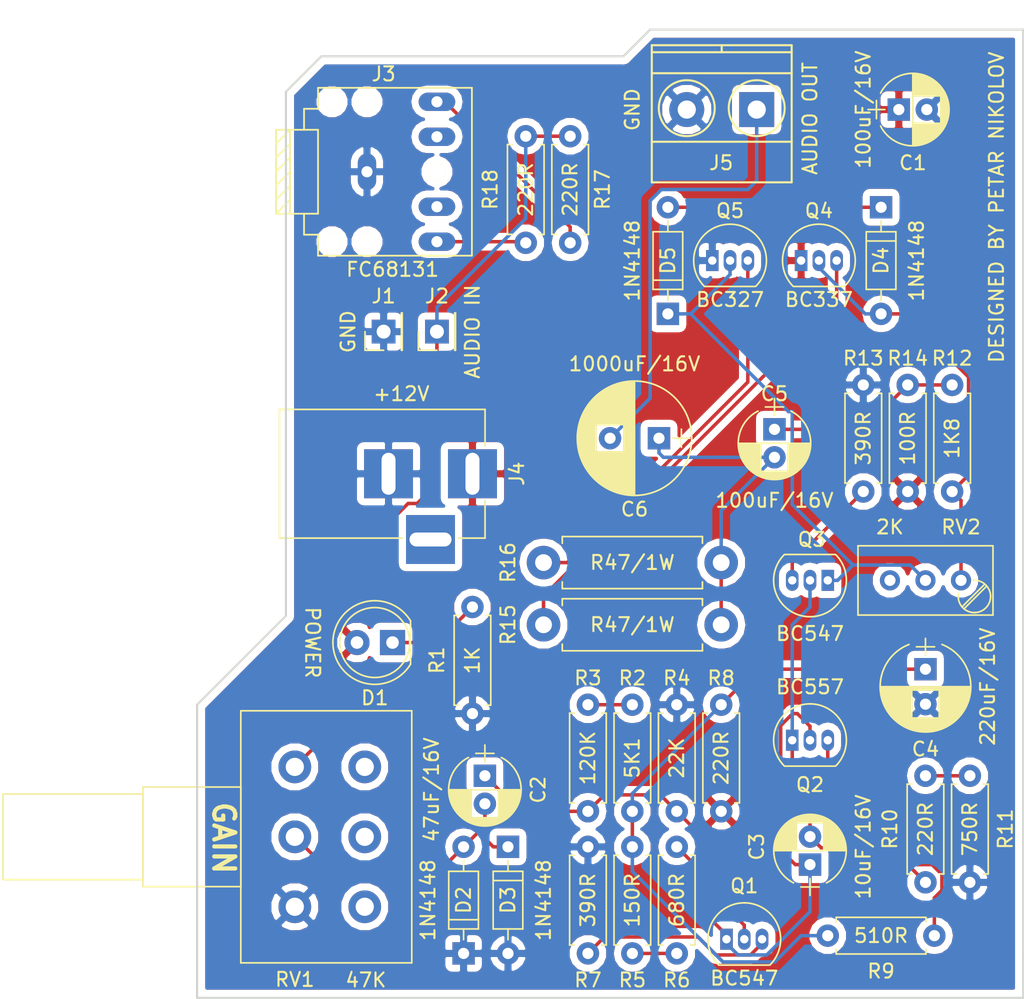
<source format=kicad_pcb>
(kicad_pcb (version 20171130) (host pcbnew 5.0.0-fee4fd1~66~ubuntu18.04.1)
  (layers (0 F.Cu signal) (31 B.Cu signal) (34 B.Paste user) (35 F.Paste user) (36 B.SilkS user) (37 F.SilkS user) (38 B.Mask user) (39 F.Mask user) (44 Edge.Cuts user))
  (net 0 "")
  (net 1 +12V)
  (net 2 GND)
  (net 3 "Net-(C2-Pad2)")
  (net 4 "Net-(C2-Pad1)")
  (net 5 "Net-(C3-Pad1)")
  (net 6 "Net-(C3-Pad2)")
  (net 7 "Net-(C4-Pad1)")
  (net 8 "Net-(C5-Pad2)")
  (net 9 "Net-(C5-Pad1)")
  (net 10 /AUDIO_OUT)
  (net 11 "Net-(D1-Pad1)")
  (net 12 "Net-(D4-Pad1)")
  (net 13 "Net-(D4-Pad2)")
  (net 14 "Net-(D5-Pad1)")
  (net 15 /AUDIO_IN)
  (net 16 "Net-(J3-Pad4)")
  (net 17 "Net-(J3-Pad3)")
  (net 18 "Net-(J3-Pad2)")
  (net 19 "Net-(Q1-Pad3)")
  (net 20 "Net-(Q2-Pad3)")
  (net 21 "Net-(Q3-Pad3)")
  (net 22 "Net-(Q4-Pad3)")
  (net 23 "Net-(Q5-Pad3)")
  (net 24 "Net-(R2-Pad2)")
  (net 25 "Net-(R5-Pad2)")
  (net 26 "Net-(R10-Pad2)")
  (net 27 "Net-(RV2-Pad3)")
  (net 28 "Net-(J3-Pad5)")
  (module Connectors:BARREL_JACK (layer F.Cu) (at 108.585 92.71)
    (fp_text reference J4 (at 3.175 0 90) (layer F.SilkS))
    (fp_text value Jack-DC)
    (pad 3 thru_hole rect (at -3 4.7) (size 3.5 3.5) (drill oval 3 1) (layers *.Cu *.Mask))
    (pad 2 thru_hole rect (at -6 0) (size 3.5 3.5) (drill oval 1 3) (layers *.Cu *.Mask) (net 2 GND))
    (pad 1 thru_hole rect (at 0 0) (size 3.5 3.5) (drill oval 1 3) (layers *.Cu *.Mask) (net 1 +12V))
  )
  (module Diodes_THT:D_DO-35_SOD27_P7.62mm_Horizontal (layer F.Cu) (at 137.795 73.66 270)
    (fp_text reference D4 (at 3.81 0 270) (layer F.SilkS))
    (fp_text value 1N4148 (at 3.81 -2.54 270) (layer F.SilkS))
    (pad 1 thru_hole rect (at 0 0 270) (size 1.6 1.6) (drill 0.8) (layers *.Cu *.Mask) (net 12 "Net-(D4-Pad1)"))
    (pad 2 thru_hole oval (at 7.62 0 270) (size 1.6 1.6) (drill 0.8) (layers *.Cu *.Mask) (net 13 "Net-(D4-Pad2)"))
  )
  (module Capacitors_THT:CP_Radial_D5.0mm_P2.00mm (layer F.Cu) (at 139.065 66.675)
    (fp_text reference C1 (at 1 3.81) (layer F.SilkS))
    (fp_text value 100uF/16V (at -2.54 0 90) (layer F.SilkS))
    (pad 1 thru_hole rect (at 0 0) (size 1.6 1.6) (drill 0.8) (layers *.Cu *.Mask) (net 1 +12V))
    (pad 2 thru_hole circle (at 2 0) (size 1.6 1.6) (drill 0.8) (layers *.Cu *.Mask) (net 2 GND))
  )
  (module Capacitors_THT:CP_Radial_D5.0mm_P2.00mm (layer F.Cu) (at 109.474 114.3 270)
    (fp_text reference C2 (at 1 -3.81 270) (layer F.SilkS))
    (fp_text value 47uF/16V (at 1 3.81 270) (layer F.SilkS))
    (pad 2 thru_hole circle (at 2 0 270) (size 1.6 1.6) (drill 0.8) (layers *.Cu *.Mask) (net 3 "Net-(C2-Pad2)"))
    (pad 1 thru_hole rect (at 0 0 270) (size 1.6 1.6) (drill 0.8) (layers *.Cu *.Mask) (net 4 "Net-(C2-Pad1)"))
  )
  (module Capacitors_THT:CP_Radial_D5.0mm_P2.00mm (layer F.Cu) (at 132.715 120.65 90)
    (fp_text reference C3 (at 1.27 -3.81 90) (layer F.SilkS))
    (fp_text value 10uF/16V (at 1.27 3.81 90) (layer F.SilkS))
    (pad 1 thru_hole rect (at 0 0 90) (size 1.6 1.6) (drill 0.8) (layers *.Cu *.Mask) (net 5 "Net-(C3-Pad1)"))
    (pad 2 thru_hole circle (at 2 0 90) (size 1.6 1.6) (drill 0.8) (layers *.Cu *.Mask) (net 6 "Net-(C3-Pad2)"))
  )
  (module Capacitors_THT:CP_Radial_D6.3mm_P2.50mm (layer F.Cu) (at 140.97 106.68 270)
    (fp_text reference C4 (at 5.715 0) (layer F.SilkS))
    (fp_text value 220uF/16V (at 1.25 -4.445 270) (layer F.SilkS))
    (pad 2 thru_hole circle (at 2.5 0 270) (size 1.6 1.6) (drill 0.8) (layers *.Cu *.Mask) (net 2 GND))
    (pad 1 thru_hole rect (at 0 0 270) (size 1.6 1.6) (drill 0.8) (layers *.Cu *.Mask) (net 7 "Net-(C4-Pad1)"))
  )
  (module Capacitors_THT:CP_Radial_D5.0mm_P2.00mm (layer F.Cu) (at 130.175 89.535 270)
    (fp_text reference C5 (at -2.54 0) (layer F.SilkS))
    (fp_text value 100uF/16V (at 5.08 0 180) (layer F.SilkS))
    (pad 2 thru_hole circle (at 2 0 270) (size 1.6 1.6) (drill 0.8) (layers *.Cu *.Mask) (net 8 "Net-(C5-Pad2)"))
    (pad 1 thru_hole rect (at 0 0 270) (size 1.6 1.6) (drill 0.8) (layers *.Cu *.Mask) (net 9 "Net-(C5-Pad1)"))
  )
  (module Capacitors_THT:CP_Radial_D8.0mm_P3.50mm (layer F.Cu) (at 121.92 90.17 180)
    (fp_text reference C6 (at 1.75 -5.08 180) (layer F.SilkS))
    (fp_text value 1000uF/16V (at 1.75 5.31 180) (layer F.SilkS))
    (pad 2 thru_hole circle (at 3.5 0 180) (size 1.6 1.6) (drill 0.8) (layers *.Cu *.Mask) (net 10 /AUDIO_OUT))
    (pad 1 thru_hole rect (at 0 0 180) (size 1.6 1.6) (drill 0.8) (layers *.Cu *.Mask) (net 8 "Net-(C5-Pad2)"))
  )
  (module LEDs:LED_D5.0mm (layer F.Cu) (at 102.87 104.775 180)
    (fp_text reference D1 (at 1.27 -3.96 180) (layer F.SilkS))
    (fp_text value LED)
    (pad 2 thru_hole circle (at 2.54 0 180) (size 1.8 1.8) (drill 0.9) (layers *.Cu *.Mask) (net 1 +12V))
    (pad 1 thru_hole rect (at 0 0 180) (size 1.8 1.8) (drill 0.9) (layers *.Cu *.Mask) (net 11 "Net-(D1-Pad1)"))
  )
  (module Diodes_THT:D_DO-35_SOD27_P7.62mm_Horizontal (layer F.Cu) (at 107.95 127 90)
    (fp_text reference D2 (at 3.81 0 90) (layer F.SilkS))
    (fp_text value 1N4148 (at 3.81 -2.54 90) (layer F.SilkS))
    (pad 2 thru_hole oval (at 7.62 0 90) (size 1.6 1.6) (drill 0.8) (layers *.Cu *.Mask) (net 3 "Net-(C2-Pad2)"))
    (pad 1 thru_hole rect (at 0 0 90) (size 1.6 1.6) (drill 0.8) (layers *.Cu *.Mask) (net 2 GND))
  )
  (module Diodes_THT:D_DO-35_SOD27_P7.62mm_Horizontal (layer F.Cu) (at 111.125 119.38 270)
    (fp_text reference D3 (at 3.81 0 270) (layer F.SilkS))
    (fp_text value 1N4148 (at 3.81 -2.54 270) (layer F.SilkS))
    (pad 1 thru_hole rect (at 0 0 270) (size 1.6 1.6) (drill 0.8) (layers *.Cu *.Mask) (net 3 "Net-(C2-Pad2)"))
    (pad 2 thru_hole oval (at 7.62 0 270) (size 1.6 1.6) (drill 0.8) (layers *.Cu *.Mask) (net 2 GND))
  )
  (module Diodes_THT:D_DO-35_SOD27_P7.62mm_Horizontal (layer F.Cu) (at 122.555 81.28 90)
    (fp_text reference D5 (at 3.81 0 90) (layer F.SilkS))
    (fp_text value 1N4148 (at 3.81 -2.54 90) (layer F.SilkS))
    (pad 2 thru_hole oval (at 7.62 0 90) (size 1.6 1.6) (drill 0.8) (layers *.Cu *.Mask) (net 12 "Net-(D4-Pad1)"))
    (pad 1 thru_hole rect (at 0 0 90) (size 1.6 1.6) (drill 0.8) (layers *.Cu *.Mask) (net 14 "Net-(D5-Pad1)"))
  )
  (module FC68131:FC68131-5P (layer F.Cu) (at 106.045 71.12)
    (fp_text reference J3 (at -3.81 -6.985) (layer F.SilkS))
    (fp_text value FC68131 (at -3.175 6.985) (layer F.SilkS))
    (pad 1 thru_hole oval (at -5 0 90) (size 2.616 1.308) (drill 0.8) (layers *.Cu *.Mask) (net 2 GND))
    (pad 4 thru_hole oval (at 0 -2.5 180) (size 2.616 1.308) (drill 0.8) (layers *.Cu *.Mask) (net 16 "Net-(J3-Pad4)"))
    (pad 3 thru_hole oval (at 0 2.5 180) (size 2.616 1.308) (drill 0.8) (layers *.Cu *.Mask) (net 17 "Net-(J3-Pad3)"))
    (pad 5 thru_hole oval (at 0 -5 180) (size 2.616 1.308) (drill 0.8) (layers *.Cu *.Mask) (net 28 "Net-(J3-Pad5)"))
    (pad 2 thru_hole oval (at 0 5 180) (size 2.616 1.308) (drill 0.8) (layers *.Cu *.Mask) (net 18 "Net-(J3-Pad2)"))
    (pad Hole np_thru_hole circle (at 0 0) (size 1.2 1.2) (drill 1.2) (layers *.Cu *.Mask F.SilkS))
    (pad Hole np_thru_hole circle (at -5 5) (size 1.2 1.2) (drill 1.2) (layers *.Cu *.Mask F.SilkS))
    (pad Hole np_thru_hole circle (at -5 -5) (size 1.2 1.2) (drill 1.2) (layers *.Cu *.Mask F.SilkS))
    (pad Hole np_thru_hole circle (at -7.5 -5) (size 1.2 1.2) (drill 1.2) (layers *.Cu *.Mask F.SilkS))
    (pad Hole np_thru_hole circle (at -7.5 5) (size 1.2 1.2) (drill 1.2) (layers *.Cu *.Mask F.SilkS))
  )
  (module TerminalBlocks_Phoenix:TerminalBlock_Phoenix_MKDS1.5-2pol (layer F.Cu) (at 128.905 66.675 180)
    (fp_text reference J5 (at 2.54 -3.81 180) (layer F.SilkS))
    (fp_text value Screw_Terminal_01x02)
    (pad 2 thru_hole circle (at 5 0 180) (size 2.5 2.5) (drill 1.3) (layers *.Cu *.Mask) (net 2 GND))
    (pad 1 thru_hole rect (at 0 0 180) (size 2.5 2.5) (drill 1.3) (layers *.Cu *.Mask) (net 10 /AUDIO_OUT))
  )
  (module TO_SOT_Packages_THT:TO-92_Inline_Narrow_Oval (layer F.Cu) (at 126.746 125.984)
    (fp_text reference Q1 (at 1.27 -3.81 180) (layer F.SilkS))
    (fp_text value BC547 (at 1.27 2.79) (layer F.SilkS))
    (pad 1 thru_hole rect (at 0 0 180) (size 0.9 1.5) (drill 0.6) (layers *.Cu *.Mask) (net 5 "Net-(C3-Pad1)"))
    (pad 3 thru_hole oval (at 2.54 0 180) (size 0.9 1.5) (drill 0.6) (layers *.Cu *.Mask) (net 19 "Net-(Q1-Pad3)"))
    (pad 2 thru_hole oval (at 1.27 0 180) (size 0.9 1.5) (drill 0.6) (layers *.Cu *.Mask) (net 4 "Net-(C2-Pad1)"))
  )
  (module TO_SOT_Packages_THT:TO-92_Inline_Narrow_Oval (layer F.Cu) (at 131.445 111.76)
    (fp_text reference Q2 (at 1.27 3.175) (layer F.SilkS))
    (fp_text value BC557 (at 1.27 -3.81 180) (layer F.SilkS))
    (pad 2 thru_hole oval (at 1.27 0 180) (size 0.9 1.5) (drill 0.6) (layers *.Cu *.Mask) (net 5 "Net-(C3-Pad1)"))
    (pad 3 thru_hole oval (at 2.54 0 180) (size 0.9 1.5) (drill 0.6) (layers *.Cu *.Mask) (net 20 "Net-(Q2-Pad3)"))
    (pad 1 thru_hole rect (at 0 0 180) (size 0.9 1.5) (drill 0.6) (layers *.Cu *.Mask) (net 6 "Net-(C3-Pad2)"))
  )
  (module TO_SOT_Packages_THT:TO-92_Inline_Narrow_Oval (layer F.Cu) (at 133.985 100.33 180)
    (fp_text reference Q3 (at 1.143 2.921) (layer F.SilkS))
    (fp_text value BC547 (at 1.27 -3.81 180) (layer F.SilkS))
    (pad 1 thru_hole rect (at 0 0) (size 0.9 1.5) (drill 0.6) (layers *.Cu *.Mask) (net 14 "Net-(D5-Pad1)"))
    (pad 3 thru_hole oval (at 2.54 0) (size 0.9 1.5) (drill 0.6) (layers *.Cu *.Mask) (net 21 "Net-(Q3-Pad3)"))
    (pad 2 thru_hole oval (at 1.27 0) (size 0.9 1.5) (drill 0.6) (layers *.Cu *.Mask) (net 6 "Net-(C3-Pad2)"))
  )
  (module TO_SOT_Packages_THT:TO-92_Inline_Narrow_Oval (layer F.Cu) (at 132.08 77.47)
    (fp_text reference Q4 (at 1.27 -3.56) (layer F.SilkS))
    (fp_text value BC337 (at 1.27 2.79) (layer F.SilkS))
    (pad 2 thru_hole oval (at 1.27 0 180) (size 0.9 1.5) (drill 0.6) (layers *.Cu *.Mask) (net 13 "Net-(D4-Pad2)"))
    (pad 3 thru_hole oval (at 2.54 0 180) (size 0.9 1.5) (drill 0.6) (layers *.Cu *.Mask) (net 22 "Net-(Q4-Pad3)"))
    (pad 1 thru_hole rect (at 0 0 180) (size 0.9 1.5) (drill 0.6) (layers *.Cu *.Mask) (net 1 +12V))
  )
  (module TO_SOT_Packages_THT:TO-92_Inline_Narrow_Oval (layer F.Cu) (at 125.73 77.47)
    (fp_text reference Q5 (at 1.27 -3.56) (layer F.SilkS))
    (fp_text value BC327 (at 1.27 2.79) (layer F.SilkS))
    (pad 1 thru_hole rect (at 0 0 180) (size 0.9 1.5) (drill 0.6) (layers *.Cu *.Mask) (net 2 GND))
    (pad 3 thru_hole oval (at 2.54 0 180) (size 0.9 1.5) (drill 0.6) (layers *.Cu *.Mask) (net 23 "Net-(Q5-Pad3)"))
    (pad 2 thru_hole oval (at 1.27 0 180) (size 0.9 1.5) (drill 0.6) (layers *.Cu *.Mask) (net 14 "Net-(D5-Pad1)"))
  )
  (module Resistors_THT:R_Axial_DIN0207_L6.3mm_D2.5mm_P7.62mm_Horizontal (layer F.Cu) (at 108.585 102.235 270)
    (fp_text reference R1 (at 3.81 2.54 270) (layer F.SilkS))
    (fp_text value 1K (at 3.81 0 270) (layer F.SilkS))
    (pad 2 thru_hole oval (at 7.62 0 270) (size 1.6 1.6) (drill 0.8) (layers *.Cu *.Mask) (net 2 GND))
    (pad 1 thru_hole circle (at 0 0 270) (size 1.6 1.6) (drill 0.8) (layers *.Cu *.Mask) (net 11 "Net-(D1-Pad1)"))
  )
  (module Resistors_THT:R_Axial_DIN0207_L6.3mm_D2.5mm_P7.62mm_Horizontal (layer F.Cu) (at 120.015 116.84 90)
    (fp_text reference R2 (at 9.525 0 180) (layer F.SilkS))
    (fp_text value 5K1 (at 3.81 0 90) (layer F.SilkS))
    (pad 2 thru_hole oval (at 7.62 0 90) (size 1.6 1.6) (drill 0.8) (layers *.Cu *.Mask) (net 24 "Net-(R2-Pad2)"))
    (pad 1 thru_hole circle (at 0 0 90) (size 1.6 1.6) (drill 0.8) (layers *.Cu *.Mask) (net 7 "Net-(C4-Pad1)"))
  )
  (module Resistors_THT:R_Axial_DIN0207_L6.3mm_D2.5mm_P7.62mm_Horizontal (layer F.Cu) (at 116.84 109.22 270)
    (fp_text reference R3 (at -1.905 0) (layer F.SilkS))
    (fp_text value 120K (at 3.81 0 270) (layer F.SilkS))
    (pad 2 thru_hole oval (at 7.62 0 270) (size 1.6 1.6) (drill 0.8) (layers *.Cu *.Mask) (net 4 "Net-(C2-Pad1)"))
    (pad 1 thru_hole circle (at 0 0 270) (size 1.6 1.6) (drill 0.8) (layers *.Cu *.Mask) (net 24 "Net-(R2-Pad2)"))
  )
  (module Resistors_THT:R_Axial_DIN0207_L6.3mm_D2.5mm_P7.62mm_Horizontal (layer F.Cu) (at 123.19 116.84 90)
    (fp_text reference R4 (at 9.525 0 180) (layer F.SilkS))
    (fp_text value 22K (at 3.81 0 90) (layer F.SilkS))
    (pad 1 thru_hole circle (at 0 0 90) (size 1.6 1.6) (drill 0.8) (layers *.Cu *.Mask) (net 4 "Net-(C2-Pad1)"))
    (pad 2 thru_hole oval (at 7.62 0 90) (size 1.6 1.6) (drill 0.8) (layers *.Cu *.Mask) (net 2 GND))
  )
  (module Resistors_THT:R_Axial_DIN0207_L6.3mm_D2.5mm_P7.62mm_Horizontal (layer F.Cu) (at 120.015 119.38 270)
    (fp_text reference R5 (at 9.525 0) (layer F.SilkS))
    (fp_text value 150R (at 3.81 0 270) (layer F.SilkS))
    (pad 1 thru_hole circle (at 0 0 270) (size 1.6 1.6) (drill 0.8) (layers *.Cu *.Mask) (net 7 "Net-(C4-Pad1)"))
    (pad 2 thru_hole oval (at 7.62 0 270) (size 1.6 1.6) (drill 0.8) (layers *.Cu *.Mask) (net 25 "Net-(R5-Pad2)"))
  )
  (module Resistors_THT:R_Axial_DIN0207_L6.3mm_D2.5mm_P7.62mm_Horizontal (layer F.Cu) (at 123.19 127 90)
    (fp_text reference R6 (at -1.905 0 180) (layer F.SilkS))
    (fp_text value 680R (at 3.81 0 90) (layer F.SilkS))
    (pad 1 thru_hole circle (at 0 0 90) (size 1.6 1.6) (drill 0.8) (layers *.Cu *.Mask) (net 25 "Net-(R5-Pad2)"))
    (pad 2 thru_hole oval (at 7.62 0 90) (size 1.6 1.6) (drill 0.8) (layers *.Cu *.Mask) (net 5 "Net-(C3-Pad1)"))
  )
  (module Resistors_THT:R_Axial_DIN0207_L6.3mm_D2.5mm_P7.62mm_Horizontal (layer F.Cu) (at 116.84 127 90)
    (fp_text reference R7 (at -1.905 0 180) (layer F.SilkS))
    (fp_text value 390R (at 3.81 0 90) (layer F.SilkS))
    (pad 2 thru_hole oval (at 7.62 0 90) (size 1.6 1.6) (drill 0.8) (layers *.Cu *.Mask) (net 2 GND))
    (pad 1 thru_hole circle (at 0 0 90) (size 1.6 1.6) (drill 0.8) (layers *.Cu *.Mask) (net 19 "Net-(Q1-Pad3)"))
  )
  (module Resistors_THT:R_Axial_DIN0207_L6.3mm_D2.5mm_P7.62mm_Horizontal (layer F.Cu) (at 126.365 116.84 90)
    (fp_text reference R8 (at 9.525 0 180) (layer F.SilkS))
    (fp_text value 220R (at 3.81 0 90) (layer F.SilkS))
    (pad 1 thru_hole circle (at 0 0 90) (size 1.6 1.6) (drill 0.8) (layers *.Cu *.Mask) (net 1 +12V))
    (pad 2 thru_hole oval (at 7.62 0 90) (size 1.6 1.6) (drill 0.8) (layers *.Cu *.Mask) (net 7 "Net-(C4-Pad1)"))
  )
  (module Resistors_THT:R_Axial_DIN0207_L6.3mm_D2.5mm_P7.62mm_Horizontal (layer F.Cu) (at 133.985 125.73)
    (fp_text reference R9 (at 3.81 2.54) (layer F.SilkS))
    (fp_text value 510R (at 3.81 0) (layer F.SilkS))
    (pad 1 thru_hole circle (at 0 0) (size 1.6 1.6) (drill 0.8) (layers *.Cu *.Mask) (net 7 "Net-(C4-Pad1)"))
    (pad 2 thru_hole oval (at 7.62 0) (size 1.6 1.6) (drill 0.8) (layers *.Cu *.Mask) (net 20 "Net-(Q2-Pad3)"))
  )
  (module Resistors_THT:R_Axial_DIN0207_L6.3mm_D2.5mm_P7.62mm_Horizontal (layer F.Cu) (at 140.97 121.92 90)
    (fp_text reference R10 (at 3.81 -2.54 270) (layer F.SilkS))
    (fp_text value 220R (at 3.81 0 90) (layer F.SilkS))
    (pad 1 thru_hole circle (at 0 0 90) (size 1.6 1.6) (drill 0.8) (layers *.Cu *.Mask) (net 6 "Net-(C3-Pad2)"))
    (pad 2 thru_hole oval (at 7.62 0 90) (size 1.6 1.6) (drill 0.8) (layers *.Cu *.Mask) (net 26 "Net-(R10-Pad2)"))
  )
  (module Resistors_THT:R_Axial_DIN0207_L6.3mm_D2.5mm_P7.62mm_Horizontal (layer F.Cu) (at 144.145 114.3 270)
    (fp_text reference R11 (at 3.81 -2.54 90) (layer F.SilkS))
    (fp_text value 750R (at 3.81 0 270) (layer F.SilkS))
    (pad 2 thru_hole oval (at 7.62 0 270) (size 1.6 1.6) (drill 0.8) (layers *.Cu *.Mask) (net 2 GND))
    (pad 1 thru_hole circle (at 0 0 270) (size 1.6 1.6) (drill 0.8) (layers *.Cu *.Mask) (net 26 "Net-(R10-Pad2)"))
  )
  (module Resistors_THT:R_Axial_DIN0207_L6.3mm_D2.5mm_P7.62mm_Horizontal (layer F.Cu) (at 142.875 86.36 270)
    (fp_text reference R12 (at -1.905 0) (layer F.SilkS))
    (fp_text value 1K8 (at 3.81 0 270) (layer F.SilkS))
    (pad 2 thru_hole oval (at 7.62 0 270) (size 1.6 1.6) (drill 0.8) (layers *.Cu *.Mask) (net 13 "Net-(D4-Pad2)"))
    (pad 1 thru_hole circle (at 0 0 270) (size 1.6 1.6) (drill 0.8) (layers *.Cu *.Mask) (net 9 "Net-(C5-Pad1)"))
  )
  (module Resistors_THT:R_Axial_DIN0207_L6.3mm_D2.5mm_P7.62mm_Horizontal (layer F.Cu) (at 136.525 93.98 90)
    (fp_text reference R13 (at 9.525 0 180) (layer F.SilkS))
    (fp_text value 390R (at 3.81 0 90) (layer F.SilkS))
    (pad 2 thru_hole oval (at 7.62 0 90) (size 1.6 1.6) (drill 0.8) (layers *.Cu *.Mask) (net 2 GND))
    (pad 1 thru_hole circle (at 0 0 90) (size 1.6 1.6) (drill 0.8) (layers *.Cu *.Mask) (net 21 "Net-(Q3-Pad3)"))
  )
  (module Resistors_THT:R_Axial_DIN0207_L6.3mm_D2.5mm_P7.62mm_Horizontal (layer F.Cu) (at 139.7 93.98 90)
    (fp_text reference R14 (at 9.525 0 180) (layer F.SilkS))
    (fp_text value 100R (at 3.81 0 90) (layer F.SilkS))
    (pad 2 thru_hole oval (at 7.62 0 90) (size 1.6 1.6) (drill 0.8) (layers *.Cu *.Mask) (net 9 "Net-(C5-Pad1)"))
    (pad 1 thru_hole circle (at 0 0 90) (size 1.6 1.6) (drill 0.8) (layers *.Cu *.Mask) (net 1 +12V))
  )
  (module Resistors_THT:R_Axial_DIN0411_L9.9mm_D3.6mm_P12.70mm_Horizontal (layer F.Cu) (at 113.665 103.505)
    (fp_text reference R15 (at -2.54 0 90) (layer F.SilkS))
    (fp_text value R47/1W (at 6.35 0) (layer F.SilkS))
    (pad 2 thru_hole oval (at 12.7 0) (size 2.4 2.4) (drill 1.2) (layers *.Cu *.Mask) (net 8 "Net-(C5-Pad2)"))
    (pad 1 thru_hole circle (at 0 0) (size 2.4 2.4) (drill 1.2) (layers *.Cu *.Mask) (net 22 "Net-(Q4-Pad3)"))
  )
  (module Resistors_THT:R_Axial_DIN0411_L9.9mm_D3.6mm_P12.70mm_Horizontal (layer F.Cu) (at 126.365 99.06 180)
    (fp_text reference R16 (at 15.24 0 270) (layer F.SilkS))
    (fp_text value R47/1W (at 6.35 0 180) (layer F.SilkS))
    (pad 1 thru_hole circle (at 0 0 180) (size 2.4 2.4) (drill 1.2) (layers *.Cu *.Mask) (net 8 "Net-(C5-Pad2)"))
    (pad 2 thru_hole oval (at 12.7 0 180) (size 2.4 2.4) (drill 1.2) (layers *.Cu *.Mask) (net 23 "Net-(Q5-Pad3)"))
  )
  (module Potentiometers:Potentiometer_Alps_RK163_Double_Vertical (layer F.Cu) (at 95.885 113.665 180)
    (fp_text reference RV1 (at 0 -15.2 180) (layer F.SilkS))
    (fp_text value 47K (at -5.08 -15.24 180) (layer F.SilkS))
    (pad 4 thru_hole circle (at -5 0 180) (size 2.34 2.34) (drill 1.3) (layers *.Cu *.Mask))
    (pad 5 thru_hole circle (at -5 -5 180) (size 2.34 2.34) (drill 1.3) (layers *.Cu *.Mask))
    (pad 6 thru_hole circle (at -5 -10 180) (size 2.34 2.34) (drill 1.3) (layers *.Cu *.Mask))
    (pad 1 thru_hole circle (at 0 0 180) (size 2.34 2.34) (drill 1.3) (layers *.Cu *.Mask) (net 15 /AUDIO_IN))
    (pad 2 thru_hole circle (at 0 -5 180) (size 2.34 2.34) (drill 1.3) (layers *.Cu *.Mask) (net 3 "Net-(C2-Pad2)"))
    (pad 3 thru_hole circle (at 0 -10 180) (size 2.34 2.34) (drill 1.3) (layers *.Cu *.Mask) (net 2 GND))
  )
  (module Potentiometers:Potentiometer_Trimmer_Bourns_3296W (layer F.Cu) (at 143.51 100.33)
    (fp_text reference RV2 (at 0 -3.81) (layer F.SilkS))
    (fp_text value 2K (at -5.08 -3.81) (layer F.SilkS))
    (pad 3 thru_hole circle (at -5.08 0) (size 1.44 1.44) (drill 0.8) (layers *.Cu *.Mask) (net 27 "Net-(RV2-Pad3)"))
    (pad 2 thru_hole circle (at -2.54 0) (size 1.44 1.44) (drill 0.8) (layers *.Cu *.Mask) (net 14 "Net-(D5-Pad1)"))
    (pad 1 thru_hole circle (at 0 0) (size 1.44 1.44) (drill 0.8) (layers *.Cu *.Mask) (net 13 "Net-(D4-Pad2)"))
  )
  (module Pin_Headers:Pin_Header_Straight_1x01_Pitch2.54mm (layer F.Cu) (at 102.235 82.55 90)
    (fp_text reference J1 (at 2.54 0 180) (layer F.SilkS))
    (fp_text value Conn_01x01_Male)
    (pad 1 thru_hole rect (at 0 0 90) (size 1.7 1.7) (drill 1) (layers *.Cu *.Mask) (net 2 GND))
  )
  (module Pin_Headers:Pin_Header_Straight_1x01_Pitch2.54mm (layer F.Cu) (at 106.045 82.55 90)
    (fp_text reference J2 (at 2.54 0) (layer F.SilkS))
    (fp_text value Conn_01x01_Male)
    (pad 1 thru_hole rect (at 0 0 90) (size 1.7 1.7) (drill 1) (layers *.Cu *.Mask) (net 15 /AUDIO_IN))
  )
  (module Resistors_THT:R_Axial_DIN0207_L6.3mm_D2.5mm_P7.62mm_Horizontal (layer F.Cu) (at 115.57 68.58 270)
    (fp_text reference R17 (at 3.81 -2.31 270) (layer F.SilkS))
    (fp_text value 220R (at 3.81 0 270) (layer F.SilkS))
    (pad 2 thru_hole oval (at 7.62 0 270) (size 1.6 1.6) (drill 0.8) (layers *.Cu *.Mask) (net 28 "Net-(J3-Pad5)"))
    (pad 1 thru_hole circle (at 0 0 270) (size 1.6 1.6) (drill 0.8) (layers *.Cu *.Mask) (net 15 /AUDIO_IN))
  )
  (module Resistors_THT:R_Axial_DIN0207_L6.3mm_D2.5mm_P7.62mm_Horizontal (layer F.Cu) (at 112.395 76.2 90)
    (fp_text reference R18 (at 3.81 -2.54 90) (layer F.SilkS))
    (fp_text value 220R (at 3.81 0 90) (layer F.SilkS))
    (pad 1 thru_hole circle (at 0 0 90) (size 1.6 1.6) (drill 0.8) (layers *.Cu *.Mask) (net 18 "Net-(J3-Pad2)"))
    (pad 2 thru_hole oval (at 7.62 0 90) (size 1.6 1.6) (drill 0.8) (layers *.Cu *.Mask) (net 15 /AUDIO_IN))
  )
  (gr_text "DESIGNED BY PETAR NIKOLOV" (at 146.05 73.66 90) (layer F.SilkS) (effects (font (size 1 1))))
  (gr_line (start 119.38 62.865) (end 121.285 60.96) (layer Edge.Cuts) (width 0.15))
  (gr_line (start 118.11 62.865) (end 119.38 62.865) (layer Edge.Cuts) (width 0.15))
  (gr_line (start 97.79 62.865) (end 118.11 62.865) (layer Edge.Cuts) (width 0.15))
  (gr_line (start 96.52 64.135) (end 97.79 62.865) (layer Edge.Cuts) (width 0.15))
  (gr_line (start 147.955 130.175) (end 147.955 127) (layer Edge.Cuts) (width 0.15))
  (gr_line (start 88.9 130.175) (end 147.955 130.175) (layer Edge.Cuts) (width 0.15))
  (gr_line (start 88.9 109.22) (end 88.9 130.175) (layer Edge.Cuts) (width 0.15))
  (gr_line (start 95.25 102.87) (end 95.25 77.47) (layer Edge.Cuts) (width 0.15))
  (gr_line (start 88.9 109.22) (end 95.25 102.87) (layer Edge.Cuts) (width 0.15))
  (gr_line (start 95.25 65.405) (end 95.25 77.47) (layer Edge.Cuts) (width 0.15))
  (gr_line (start 96.52 64.135) (end 95.25 65.405) (layer Edge.Cuts) (width 0.15))
  (gr_line (start 147.955 60.96) (end 121.285 60.96) (layer Edge.Cuts) (width 0.15))
  (gr_line (start 147.955 127) (end 147.955 60.96) (layer Edge.Cuts) (width 0.15))
  (gr_text GND (at 120.015 66.675 90) (layer F.SilkS) (effects (font (size 1 1))))
  (gr_text "AUDIO OUT" (at 132.715 67.31 90) (layer F.SilkS) (effects (font (size 1 1))))
  (gr_text GND (at 99.695 82.55 90) (layer F.SilkS) (effects (font (size 1 1))))
  (gr_text "AUDIO IN" (at 108.585 82.55 90) (layer F.SilkS) (effects (font (size 1 1))))
  (gr_text +12V (at 103.505 86.995) (layer F.SilkS) (effects (font (size 1 1))))
  (gr_text GAIN (at 90.805 118.745 270) (layer F.SilkS) (effects (font (size 1.5 1.5) (thickness 0.3))))
  (gr_text POWER (at 97.155 104.775 270) (layer F.SilkS) (effects (font (size 1 1))))
  (segment (start 107.150001 120.179999) (end 107.95 119.38) (width 0.25) (layer F.Cu) (net 3))
  (segment (start 106.68 120.65) (end 107.150001 120.179999) (width 0.25) (layer F.Cu) (net 3))
  (segment (start 97.87 120.65) (end 106.68 120.65) (width 0.25) (layer F.Cu) (net 3))
  (segment (start 95.885 118.665) (end 97.87 120.65) (width 0.25) (layer F.Cu) (net 3))
  (segment (start 109.474 117.43137) (end 109.474 116.3) (width 0.25) (layer F.Cu) (net 3))
  (segment (start 109.474 117.856) (end 109.474 117.43137) (width 0.25) (layer F.Cu) (net 3))
  (segment (start 107.95 119.38) (end 109.474 117.856) (width 0.25) (layer F.Cu) (net 3))
  (segment (start 110.075 119.38) (end 109.474 118.779) (width 0.25) (layer F.Cu) (net 3))
  (segment (start 109.474 118.779) (end 109.474 117.856) (width 0.25) (layer F.Cu) (net 3))
  (segment (start 111.125 119.38) (end 110.075 119.38) (width 0.25) (layer F.Cu) (net 3))
  (segment (start 128.016 124.984) (end 127.492 124.46) (width 0.25) (layer F.Cu) (net 4))
  (segment (start 128.016 125.984) (end 128.016 124.984) (width 0.25) (layer F.Cu) (net 4))
  (segment (start 127.492 124.46) (end 126.365 124.46) (width 0.25) (layer F.Cu) (net 4))
  (segment (start 126.365 124.46) (end 125.095 123.19) (width 0.25) (layer F.Cu) (net 4))
  (segment (start 125.095 118.745) (end 123.19 116.84) (width 0.25) (layer F.Cu) (net 4))
  (segment (start 125.095 123.19) (end 125.095 118.745) (width 0.25) (layer F.Cu) (net 4))
  (segment (start 112.014 116.84) (end 109.474 114.3) (width 0.25) (layer F.Cu) (net 4))
  (segment (start 116.84 116.84) (end 112.014 116.84) (width 0.25) (layer F.Cu) (net 4))
  (segment (start 122.014999 115.664999) (end 122.390001 116.040001) (width 0.25) (layer F.Cu) (net 4))
  (segment (start 122.390001 116.040001) (end 123.19 116.84) (width 0.25) (layer F.Cu) (net 4))
  (segment (start 118.015001 115.664999) (end 122.014999 115.664999) (width 0.25) (layer F.Cu) (net 4))
  (segment (start 116.84 116.84) (end 118.015001 115.664999) (width 0.25) (layer F.Cu) (net 4))
  (segment (start 126.746 125.684) (end 126.746 125.984) (width 0.25) (layer F.Cu) (net 5))
  (segment (start 124.46 120.65) (end 124.46 123.398) (width 0.25) (layer F.Cu) (net 5))
  (segment (start 124.46 123.398) (end 126.746 125.684) (width 0.25) (layer F.Cu) (net 5))
  (segment (start 123.19 119.38) (end 124.46 120.65) (width 0.25) (layer F.Cu) (net 5))
  (segment (start 132.715 121.7) (end 132.715 120.65) (width 0.25) (layer B.Cu) (net 5))
  (segment (start 132.715 124.02174) (end 132.715 121.7) (width 0.25) (layer B.Cu) (net 5))
  (segment (start 129.62773 127.10901) (end 132.715 124.02174) (width 0.25) (layer B.Cu) (net 5))
  (segment (start 127.57101 127.10901) (end 129.62773 127.10901) (width 0.25) (layer B.Cu) (net 5))
  (segment (start 126.746 126.284) (end 127.57101 127.10901) (width 0.25) (layer B.Cu) (net 5))
  (segment (start 126.746 125.984) (end 126.746 126.284) (width 0.25) (layer B.Cu) (net 5))
  (segment (start 130.619999 110.709999) (end 131.474998 109.855) (width 0.25) (layer F.Cu) (net 5))
  (segment (start 130.619999 119.604999) (end 130.619999 110.709999) (width 0.25) (layer F.Cu) (net 5))
  (segment (start 132.715 120.65) (end 131.665 120.65) (width 0.25) (layer F.Cu) (net 5))
  (segment (start 131.665 120.65) (end 130.619999 119.604999) (width 0.25) (layer F.Cu) (net 5))
  (segment (start 132.715 110.76) (end 132.715 111.76) (width 0.25) (layer F.Cu) (net 5))
  (segment (start 131.81 109.855) (end 132.715 110.76) (width 0.25) (layer F.Cu) (net 5))
  (segment (start 131.474998 109.855) (end 131.81 109.855) (width 0.25) (layer F.Cu) (net 5))
  (segment (start 140.170001 121.120001) (end 140.97 121.92) (width 0.25) (layer F.Cu) (net 6))
  (segment (start 138.499999 119.449999) (end 140.170001 121.120001) (width 0.25) (layer F.Cu) (net 6))
  (segment (start 133.514999 119.449999) (end 138.499999 119.449999) (width 0.25) (layer F.Cu) (net 6))
  (segment (start 132.715 118.65) (end 133.514999 119.449999) (width 0.25) (layer F.Cu) (net 6))
  (segment (start 131.445 116.24863) (end 131.445 112.76) (width 0.25) (layer F.Cu) (net 6))
  (segment (start 132.715 117.51863) (end 131.445 116.24863) (width 0.25) (layer F.Cu) (net 6))
  (segment (start 131.445 112.76) (end 131.445 111.76) (width 0.25) (layer F.Cu) (net 6))
  (segment (start 132.715 118.65) (end 132.715 117.51863) (width 0.25) (layer F.Cu) (net 6))
  (segment (start 131.445 111.76) (end 131.445 103.505) (width 0.25) (layer B.Cu) (net 6))
  (segment (start 132.715 101.33) (end 132.715 100.33) (width 0.25) (layer B.Cu) (net 6))
  (segment (start 132.715 102.235) (end 132.715 101.33) (width 0.25) (layer B.Cu) (net 6))
  (segment (start 131.445 103.505) (end 132.715 102.235) (width 0.25) (layer B.Cu) (net 6))
  (segment (start 120.015 119.38) (end 120.015 116.84) (width 0.25) (layer F.Cu) (net 7))
  (segment (start 133.985 125.73) (end 132.08 125.73) (width 0.25) (layer B.Cu) (net 7))
  (segment (start 120.015 120.51137) (end 120.015 119.38) (width 0.25) (layer B.Cu) (net 7))
  (segment (start 126.496018 127.60902) (end 120.015 121.128002) (width 0.25) (layer B.Cu) (net 7))
  (segment (start 120.015 121.128002) (end 120.015 120.51137) (width 0.25) (layer B.Cu) (net 7))
  (segment (start 130.20098 127.60902) (end 126.496018 127.60902) (width 0.25) (layer B.Cu) (net 7))
  (segment (start 132.08 125.73) (end 130.20098 127.60902) (width 0.25) (layer B.Cu) (net 7))
  (segment (start 120.015 115.57) (end 120.015 116.84) (width 0.25) (layer B.Cu) (net 7))
  (segment (start 126.365 109.22) (end 120.015 115.57) (width 0.25) (layer B.Cu) (net 7))
  (segment (start 128.905 106.68) (end 126.365 109.22) (width 0.25) (layer F.Cu) (net 7))
  (segment (start 140.97 106.68) (end 128.905 106.68) (width 0.25) (layer F.Cu) (net 7))
  (segment (start 126.365 101.807944) (end 126.365 99.06) (width 0.25) (layer F.Cu) (net 8))
  (segment (start 126.365 103.505) (end 126.365 101.807944) (width 0.25) (layer F.Cu) (net 8))
  (segment (start 121.92 91.22) (end 121.92 90.17) (width 0.25) (layer B.Cu) (net 8))
  (segment (start 122.235 91.535) (end 121.92 91.22) (width 0.25) (layer B.Cu) (net 8))
  (segment (start 130.175 91.535) (end 122.235 91.535) (width 0.25) (layer B.Cu) (net 8))
  (segment (start 126.365 95.345) (end 130.175 91.535) (width 0.25) (layer B.Cu) (net 8))
  (segment (start 126.365 99.06) (end 126.365 95.345) (width 0.25) (layer B.Cu) (net 8))
  (segment (start 142.875 86.36) (end 139.7 86.36) (width 0.25) (layer F.Cu) (net 9))
  (segment (start 136.525 89.535) (end 138.900001 87.159999) (width 0.25) (layer F.Cu) (net 9))
  (segment (start 138.900001 87.159999) (end 139.7 86.36) (width 0.25) (layer F.Cu) (net 9))
  (segment (start 130.175 89.535) (end 136.525 89.535) (width 0.25) (layer F.Cu) (net 9))
  (segment (start 118.42 90.17) (end 121.285 87.305) (width 0.25) (layer B.Cu) (net 10))
  (segment (start 121.285 73.190998) (end 122.085998 72.39) (width 0.25) (layer B.Cu) (net 10))
  (segment (start 121.285 87.305) (end 121.285 73.190998) (width 0.25) (layer B.Cu) (net 10))
  (segment (start 128.905 71.755) (end 128.27 72.39) (width 0.25) (layer B.Cu) (net 10))
  (segment (start 122.085998 72.39) (end 128.27 72.39) (width 0.25) (layer B.Cu) (net 10))
  (segment (start 128.905 66.675) (end 128.905 71.755) (width 0.25) (layer B.Cu) (net 10))
  (segment (start 104.02 104.775) (end 102.87 104.775) (width 0.25) (layer F.Cu) (net 11))
  (segment (start 108.585 102.235) (end 106.045 104.775) (width 0.25) (layer F.Cu) (net 11))
  (segment (start 106.045 104.775) (end 104.02 104.775) (width 0.25) (layer F.Cu) (net 11))
  (segment (start 137.795 73.66) (end 122.555 73.66) (width 0.25) (layer F.Cu) (net 12))
  (segment (start 143.51 94.615) (end 142.875 93.98) (width 0.25) (layer F.Cu) (net 13))
  (segment (start 143.51 100.33) (end 143.51 94.615) (width 0.25) (layer F.Cu) (net 13))
  (segment (start 144.050001 92.804999) (end 143.674999 93.180001) (width 0.25) (layer F.Cu) (net 13))
  (segment (start 144.050001 85.795999) (end 144.050001 92.804999) (width 0.25) (layer F.Cu) (net 13))
  (segment (start 143.674999 93.180001) (end 142.875 93.98) (width 0.25) (layer F.Cu) (net 13))
  (segment (start 139.534002 81.28) (end 144.050001 85.795999) (width 0.25) (layer F.Cu) (net 13))
  (segment (start 137.795 81.28) (end 139.534002 81.28) (width 0.25) (layer F.Cu) (net 13))
  (segment (start 133.35 77.96637) (end 133.35 77.47) (width 0.25) (layer B.Cu) (net 13))
  (segment (start 136.66363 81.28) (end 133.35 77.96637) (width 0.25) (layer B.Cu) (net 13))
  (segment (start 137.795 81.28) (end 136.66363 81.28) (width 0.25) (layer B.Cu) (net 13))
  (segment (start 127 78.47) (end 127 77.47) (width 0.25) (layer B.Cu) (net 14))
  (segment (start 124.19 81.28) (end 127 78.47) (width 0.25) (layer B.Cu) (net 14))
  (segment (start 122.555 81.28) (end 124.19 81.28) (width 0.25) (layer B.Cu) (net 14))
  (segment (start 134.685 100.33) (end 133.985 100.33) (width 0.25) (layer B.Cu) (net 14))
  (segment (start 135.780001 99.234999) (end 134.685 100.33) (width 0.25) (layer B.Cu) (net 14))
  (segment (start 139.874999 99.234999) (end 135.780001 99.234999) (width 0.25) (layer B.Cu) (net 14))
  (segment (start 140.97 100.33) (end 139.874999 99.234999) (width 0.25) (layer B.Cu) (net 14))
  (segment (start 131.445 94.899998) (end 131.445 88.265) (width 0.25) (layer B.Cu) (net 14))
  (segment (start 135.780001 99.234999) (end 131.445 94.899998) (width 0.25) (layer B.Cu) (net 14))
  (segment (start 131.175 88.265) (end 124.19 81.28) (width 0.25) (layer B.Cu) (net 14))
  (segment (start 131.445 88.265) (end 131.175 88.265) (width 0.25) (layer B.Cu) (net 14))
  (segment (start 115.57 68.58) (end 112.395 68.58) (width 0.25) (layer F.Cu) (net 15))
  (segment (start 112.395 74.460998) (end 112.395 69.71137) (width 0.25) (layer B.Cu) (net 15))
  (segment (start 112.395 69.71137) (end 112.395 68.58) (width 0.25) (layer B.Cu) (net 15))
  (segment (start 106.045 80.810998) (end 112.395 74.460998) (width 0.25) (layer B.Cu) (net 15))
  (segment (start 106.045 82.55) (end 106.045 80.810998) (width 0.25) (layer B.Cu) (net 15))
  (segment (start 104.635001 94.835001) (end 106.045 93.425002) (width 0.25) (layer F.Cu) (net 15))
  (segment (start 103.984997 94.835001) (end 104.635001 94.835001) (width 0.25) (layer F.Cu) (net 15))
  (segment (start 106.045 83.65) (end 106.045 82.55) (width 0.25) (layer F.Cu) (net 15))
  (segment (start 95.885 113.665) (end 98.425 111.125) (width 0.25) (layer F.Cu) (net 15))
  (segment (start 98.425 102.87) (end 102.87 98.425) (width 0.25) (layer F.Cu) (net 15))
  (segment (start 102.87 98.425) (end 102.87 95.949998) (width 0.25) (layer F.Cu) (net 15))
  (segment (start 98.425 111.125) (end 98.425 102.87) (width 0.25) (layer F.Cu) (net 15))
  (segment (start 106.045 93.425002) (end 106.045 83.65) (width 0.25) (layer F.Cu) (net 15))
  (segment (start 102.87 95.949998) (end 103.984997 94.835001) (width 0.25) (layer F.Cu) (net 15))
  (segment (start 106.045 76.12) (end 112.315 76.12) (width 0.25) (layer F.Cu) (net 18))
  (segment (start 112.315 76.12) (end 112.395 76.2) (width 0.25) (layer F.Cu) (net 18))
  (segment (start 129.286 126.284) (end 129.286 125.984) (width 0.25) (layer F.Cu) (net 19))
  (segment (start 128.460999 127.109001) (end 129.286 126.284) (width 0.25) (layer F.Cu) (net 19))
  (segment (start 125.995999 127.109001) (end 128.460999 127.109001) (width 0.25) (layer F.Cu) (net 19))
  (segment (start 124.711997 125.824999) (end 125.995999 127.109001) (width 0.25) (layer F.Cu) (net 19))
  (segment (start 118.015001 125.824999) (end 124.711997 125.824999) (width 0.25) (layer F.Cu) (net 19))
  (segment (start 116.84 127) (end 118.015001 125.824999) (width 0.25) (layer F.Cu) (net 19))
  (segment (start 142.145001 121.355999) (end 141.439002 120.65) (width 0.25) (layer F.Cu) (net 20))
  (segment (start 142.145001 122.484001) (end 142.145001 121.355999) (width 0.25) (layer F.Cu) (net 20))
  (segment (start 141.605 125.73) (end 141.605 123.024002) (width 0.25) (layer F.Cu) (net 20))
  (segment (start 141.605 123.024002) (end 142.145001 122.484001) (width 0.25) (layer F.Cu) (net 20))
  (segment (start 141.439002 120.65) (end 140.40712 120.65) (width 0.25) (layer F.Cu) (net 20))
  (segment (start 133.985 114.22788) (end 133.985 111.76) (width 0.25) (layer F.Cu) (net 20))
  (segment (start 140.40712 120.65) (end 133.985 114.22788) (width 0.25) (layer F.Cu) (net 20))
  (segment (start 135.725001 94.779999) (end 136.525 93.98) (width 0.25) (layer F.Cu) (net 21))
  (segment (start 131.445 99.06) (end 135.725001 94.779999) (width 0.25) (layer F.Cu) (net 21))
  (segment (start 131.445 100.33) (end 131.445 99.06) (width 0.25) (layer F.Cu) (net 21))
  (segment (start 134.62 80.509176) (end 134.62 77.47) (width 0.25) (layer F.Cu) (net 22))
  (segment (start 113.665 103.505) (end 113.665 101.464176) (width 0.25) (layer F.Cu) (net 22))
  (segment (start 113.665 101.464176) (end 134.62 80.509176) (width 0.25) (layer F.Cu) (net 22))
  (segment (start 128.27 78.47) (end 128.27 77.47) (width 0.25) (layer F.Cu) (net 23))
  (segment (start 128.27 86.152056) (end 128.27 78.47) (width 0.25) (layer F.Cu) (net 23))
  (segment (start 115.362056 99.06) (end 128.27 86.152056) (width 0.25) (layer F.Cu) (net 23))
  (segment (start 113.665 99.06) (end 115.362056 99.06) (width 0.25) (layer F.Cu) (net 23))
  (segment (start 120.015 109.22) (end 116.84 109.22) (width 0.25) (layer F.Cu) (net 24))
  (segment (start 123.19 127) (end 120.015 127) (width 0.25) (layer F.Cu) (net 25))
  (segment (start 144.145 114.3) (end 140.97 114.3) (width 0.25) (layer F.Cu) (net 26))
  (segment (start 115.57 76.2) (end 115.57 75.06863) (width 0.25) (layer F.Cu) (net 28))
  (segment (start 106.62137 66.12) (end 106.045 66.12) (width 0.25) (layer F.Cu) (net 28))
  (segment (start 115.57 75.06863) (end 106.62137 66.12) (width 0.25) (layer F.Cu) (net 28))
  (zone (net 2) (net_name GND) (layer B.Cu) (connect_pads (clearance 0.508)) (min_thickness 0.254) (fill yes (arc_segments 16) (thermal_gap 0.508) (thermal_bridge_width 0.508))
    (polygon (pts (xy 147.955 60.96) (xy 121.285 60.96) (xy 119.38 62.865) (xy 97.79 62.865) (xy 95.25 65.405) (xy 95.25 102.87) (xy 88.9 109.22) (xy 88.9 130.175) (xy 147.955 130.175)))
  )
  (zone (net 1) (net_name +12V) (layer F.Cu) (connect_pads (clearance 0.508)) (min_thickness 0.254) (fill yes (arc_segments 16) (thermal_gap 0.508) (thermal_bridge_width 0.508))
    (polygon (pts (xy 147.955 130.175) (xy 147.955 60.96) (xy 121.285 60.96) (xy 119.38 62.865) (xy 97.79 62.865) (xy 95.25 65.405) (xy 95.25 102.87) (xy 88.9 109.22) (xy 88.9 130.175)))
  )
)
</source>
